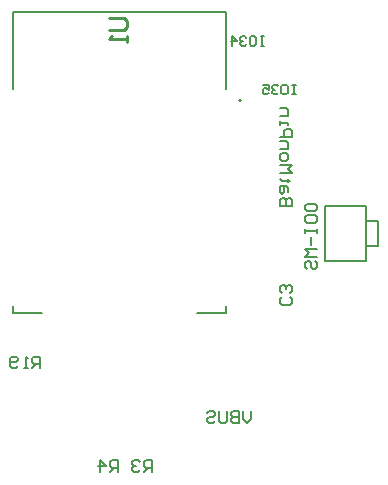
<source format=gbo>
G04*
G04 #@! TF.GenerationSoftware,Altium Limited,Altium Designer,23.4.1 (23)*
G04*
G04 Layer_Color=32896*
%FSLAX44Y44*%
%MOMM*%
G71*
G04*
G04 #@! TF.SameCoordinates,89D196A3-88CA-4BC0-B6F8-5B7F0D742441*
G04*
G04*
G04 #@! TF.FilePolarity,Positive*
G04*
G01*
G75*
%ADD10C,0.2000*%
%ADD13C,0.1270*%
%ADD15C,0.1500*%
%ADD55C,0.2540*%
D10*
X317950Y323600D02*
G03*
X317950Y323600I-1000J0D01*
G01*
X326000Y60997D02*
Y54332D01*
X322668Y51000D01*
X319335Y54332D01*
Y60997D01*
X316003D02*
Y51000D01*
X311005D01*
X309339Y52666D01*
Y54332D01*
X311005Y55998D01*
X316003D01*
X311005D01*
X309339Y57664D01*
Y59331D01*
X311005Y60997D01*
X316003D01*
X306006D02*
Y52666D01*
X304340Y51000D01*
X301008D01*
X299342Y52666D01*
Y60997D01*
X289345Y59331D02*
X291011Y60997D01*
X294343D01*
X296010Y59331D01*
Y57664D01*
X294343Y55998D01*
X291011D01*
X289345Y54332D01*
Y52666D01*
X291011Y51000D01*
X294343D01*
X296010Y52666D01*
X147496Y97002D02*
Y106998D01*
X142498D01*
X140831Y105332D01*
Y102000D01*
X142498Y100334D01*
X147496D01*
X144164D02*
X140831Y97002D01*
X137499D02*
X134167D01*
X135833D01*
Y106998D01*
X137499Y105332D01*
X129169Y98668D02*
X127502Y97002D01*
X124170D01*
X122504Y98668D01*
Y105332D01*
X124170Y106998D01*
X127502D01*
X129169Y105332D01*
Y103666D01*
X127502Y102000D01*
X122504D01*
X360998Y234347D02*
X351002D01*
Y239345D01*
X352668Y241011D01*
X354334D01*
X356000Y239345D01*
Y234347D01*
Y239345D01*
X357666Y241011D01*
X359332D01*
X360998Y239345D01*
Y234347D01*
X357666Y246010D02*
Y249342D01*
X356000Y251008D01*
X351002D01*
Y246010D01*
X352668Y244343D01*
X354334Y246010D01*
Y251008D01*
X359332Y256006D02*
X357666D01*
Y254340D01*
Y257673D01*
Y256006D01*
X352668D01*
X351002Y257673D01*
Y262671D02*
X360998D01*
X357666Y266003D01*
X360998Y269335D01*
X351002D01*
Y274334D02*
Y277666D01*
X352668Y279332D01*
X356000D01*
X357666Y277666D01*
Y274334D01*
X356000Y272668D01*
X352668D01*
X351002Y274334D01*
Y282665D02*
X357666D01*
Y287663D01*
X356000Y289329D01*
X351002D01*
Y292661D02*
X360998D01*
Y297660D01*
X359332Y299326D01*
X356000D01*
X354334Y297660D01*
Y292661D01*
X351002Y302658D02*
Y305990D01*
Y304324D01*
X357666D01*
Y302658D01*
X351002Y310989D02*
X357666D01*
Y315987D01*
X356000Y317653D01*
X351002D01*
X380332Y188173D02*
X381998Y186507D01*
Y183175D01*
X380332Y181509D01*
X378666D01*
X377000Y183175D01*
Y186507D01*
X375334Y188173D01*
X373668D01*
X372002Y186507D01*
Y183175D01*
X373668Y181509D01*
X381998Y191506D02*
X372002D01*
X375334Y194838D01*
X372002Y198170D01*
X381998D01*
X377000Y201502D02*
Y208167D01*
X381998Y211499D02*
Y214831D01*
Y213165D01*
X372002D01*
Y211499D01*
Y214831D01*
X381998Y224828D02*
Y221496D01*
X380332Y219830D01*
X373668D01*
X372002Y221496D01*
Y224828D01*
X373668Y226494D01*
X380332D01*
X381998Y224828D01*
X380332Y229827D02*
X381998Y231493D01*
Y234825D01*
X380332Y236491D01*
X373668D01*
X372002Y234825D01*
Y231493D01*
X373668Y229827D01*
X380332D01*
X359332Y157334D02*
X360998Y155668D01*
Y152336D01*
X359332Y150669D01*
X352668D01*
X351002Y152336D01*
Y155668D01*
X352668Y157334D01*
X359332Y160666D02*
X360998Y162332D01*
Y165665D01*
X359332Y167331D01*
X357666D01*
X356000Y165665D01*
Y163998D01*
Y165665D01*
X354334Y167331D01*
X352668D01*
X351002Y165665D01*
Y162332D01*
X352668Y160666D01*
X213331Y9002D02*
Y18998D01*
X208332D01*
X206666Y17332D01*
Y14000D01*
X208332Y12334D01*
X213331D01*
X209998D02*
X206666Y9002D01*
X198335D02*
Y18998D01*
X203334Y14000D01*
X196669D01*
X242331Y9002D02*
Y18998D01*
X237332D01*
X235666Y17332D01*
Y14000D01*
X237332Y12334D01*
X242331D01*
X238998D02*
X235666Y9002D01*
X232334Y17332D02*
X230668Y18998D01*
X227335D01*
X225669Y17332D01*
Y15666D01*
X227335Y14000D01*
X229002D01*
X227335D01*
X225669Y12334D01*
Y10668D01*
X227335Y9002D01*
X230668D01*
X232334Y10668D01*
D13*
X124950Y333500D02*
Y398500D01*
X304950D01*
Y333500D02*
Y398500D01*
X124950Y143500D02*
Y150000D01*
Y143500D02*
X149450D01*
X280450D02*
X304950D01*
Y150000D01*
X423500Y221500D02*
X433500D01*
X423500Y200500D02*
Y221500D01*
Y200500D02*
X433500D01*
Y221500D01*
X388500Y234500D02*
X423500D01*
X388500Y187500D02*
Y234500D01*
Y187500D02*
X423500D01*
Y200500D01*
Y234500D01*
D15*
X363996Y336999D02*
X361330D01*
X362663D01*
Y329001D01*
X363996D01*
X361330D01*
X353332Y336999D02*
X355998D01*
X357331Y335666D01*
Y330334D01*
X355998Y329001D01*
X353332D01*
X351999Y330334D01*
Y335666D01*
X353332Y336999D01*
X349333Y335666D02*
X348001Y336999D01*
X345335D01*
X344002Y335666D01*
Y334333D01*
X345335Y333000D01*
X346668D01*
X345335D01*
X344002Y331667D01*
Y330334D01*
X345335Y329001D01*
X348001D01*
X349333Y330334D01*
X336004Y336999D02*
X341336D01*
Y333000D01*
X338670Y334333D01*
X337337D01*
X336004Y333000D01*
Y330334D01*
X337337Y329001D01*
X340003D01*
X341336Y330334D01*
X336996Y377999D02*
X334330D01*
X335662D01*
Y370001D01*
X336996D01*
X334330D01*
X326332Y377999D02*
X328998D01*
X330331Y376666D01*
Y371334D01*
X328998Y370001D01*
X326332D01*
X324999Y371334D01*
Y376666D01*
X326332Y377999D01*
X322333Y376666D02*
X321001Y377999D01*
X318335D01*
X317002Y376666D01*
Y375333D01*
X318335Y374000D01*
X319668D01*
X318335D01*
X317002Y372667D01*
Y371334D01*
X318335Y370001D01*
X321001D01*
X322333Y371334D01*
X310337Y370001D02*
Y377999D01*
X314336Y374000D01*
X309004D01*
D55*
X205832Y393957D02*
X218528D01*
X221068Y391418D01*
Y386339D01*
X218528Y383800D01*
X205832D01*
X221068Y378722D02*
Y373643D01*
Y376182D01*
X205832D01*
X208372Y378722D01*
M02*

</source>
